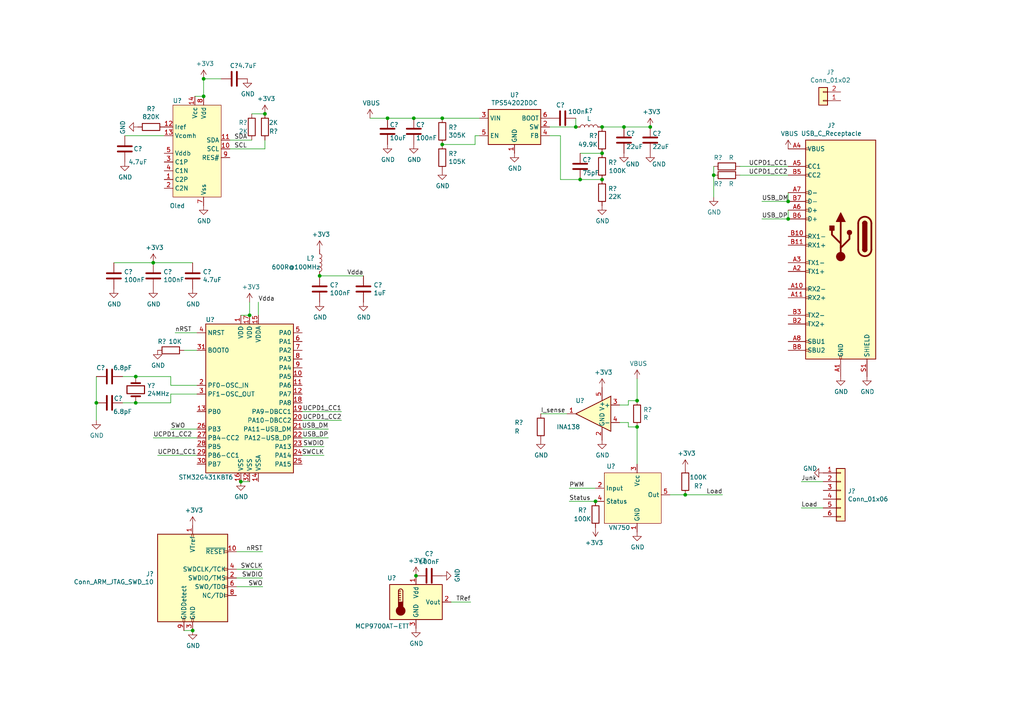
<source format=kicad_sch>
(kicad_sch (version 20200512) (host eeschema "(5.99.0-1651-g301ac3461)")
  (page 1 1)
  (paper "A4")
  (lib_symbols
    (symbol "Amplifier_Current:INA138" (pin_names (offset 0.127))
      (property "Reference" "U" (at 3.81 5.08 0))
      (property "Value" "INA138" (at 3.81 2.54 0))
      (symbol "INA138_0_1"
        (polyline (pts (xy -5.08 5.08) (xy 5.08 0) (xy -5.08 -5.08) (xy -5.08 5.08)) (stroke (width 0.254)) (fill (type background)))
      )
      (symbol "INA138_1_1"
        (pin output line (at 7.62 0 180) (length 2.54) (name "~") (number "1"))
        (pin power_in line (at -2.54 -7.62 90) (length 3.81) (name "GND") (number "2"))
        (pin input line (at -7.62 2.54 0) (length 2.54) (name "+") (number "3"))
        (pin input line (at -7.62 -2.54 0) (length 2.54) (name "-") (number "4"))
        (pin power_in line (at -2.54 7.62 270) (length 3.81) (name "V+") (number "5"))
      )
    )
    (symbol "Connector:Conn_ARM_JTAG_SWD_10"
      (property "Reference" "J" (at -2.54 16.51 0))
      (property "Value" "Conn_ARM_JTAG_SWD_10" (at -2.54 13.97 0))
      (symbol "Conn_ARM_JTAG_SWD_10_0_1"
        (rectangle (start -10.16 12.7) (end 10.16 -12.7) (stroke (width 0.254)) (fill (type background)))
        (rectangle (start -2.794 -12.7) (end -2.286 -11.684))
        (rectangle (start -0.254 -12.7) (end 0.254 -11.684))
        (rectangle (start -0.254 12.7) (end 0.254 11.684))
        (rectangle (start 9.144 2.286) (end 10.16 2.794))
        (rectangle (start 10.16 -2.794) (end 9.144 -2.286))
        (rectangle (start 10.16 -0.254) (end 9.144 0.254))
        (rectangle (start 10.16 7.874) (end 9.144 7.366))
      )
      (symbol "Conn_ARM_JTAG_SWD_10_1_1"
        (rectangle (start 9.144 -5.334) (end 10.16 -4.826))
        (pin power_in line (at 0 15.24 270) (length 2.54) (name "VTref") (number "1"))
        (pin open_collector line (at 12.7 7.62 180) (length 2.54) (name "~RESET~") (number "10"))
        (pin bidirectional line (at 12.7 0 180) (length 2.54) (name "SWDIO/TMS") (number "2"))
        (pin power_in line (at 0 -15.24 90) (length 2.54) (name "GND") (number "3"))
        (pin output line (at 12.7 2.54 180) (length 2.54) (name "SWDCLK/TCK") (number "4"))
        (pin passive line (at 0 -15.24 90) (length 2.54) (name "GND") (number "5") hide)
        (pin input line (at 12.7 -2.54 180) (length 2.54) (name "SWO/TDO") (number "6"))
        (pin unconnected line (at -10.16 0 0) (length 2.54) (name "KEY") (number "7") hide)
        (pin output line (at 12.7 -5.08 180) (length 2.54) (name "NC/TDI") (number "8"))
        (pin passive line (at -2.54 -15.24 90) (length 2.54) (name "GNDDetect") (number "9"))
      )
    )
    (symbol "Connector:USB_C_Receptacle"
      (property "Reference" "J" (at -10.16 29.21 0))
      (property "Value" "USB_C_Receptacle" (at 10.16 29.21 0))
      (symbol "USB_C_Receptacle_0_1"
        (arc (start -8.89 -3.81) (end -5.08 -3.81) (radius (at -6.985 -3.81) (length 1.905) (angles -179.9 -0.1)) (stroke (width 0.508)))
        (arc (start -7.62 -3.81) (end -6.35 -3.81) (radius (at -6.985 -3.81) (length 0.635) (angles -179.9 -0.1)) (stroke (width 0.254)))
        (arc (start -7.62 -3.81) (end -6.35 -3.81) (radius (at -6.985 -3.81) (length 0.635) (angles -179.9 -0.1)) (stroke (width 0.254)) (fill (type outline)))
        (arc (start -6.35 3.81) (end -7.62 3.81) (radius (at -6.985 3.81) (length 0.635) (angles 0.1 179.9)) (stroke (width 0.254)) (fill (type outline)))
        (arc (start -6.35 3.81) (end -7.62 3.81) (radius (at -6.985 3.81) (length 0.635) (angles 0.1 179.9)) (stroke (width 0.254)))
        (arc (start -5.08 3.81) (end -8.89 3.81) (radius (at -6.985 3.81) (length 1.905) (angles 0.1 179.9)) (stroke (width 0.508)))
        (rectangle (start -10.16 27.94) (end 10.16 -35.56) (stroke (width 0.254)) (fill (type background)))
        (rectangle (start -7.62 -3.81) (end -6.35 3.81) (stroke (width 0.254)) (fill (type outline)))
        (polyline (pts (xy -8.89 -3.81) (xy -8.89 3.81)) (stroke (width 0.508)))
        (polyline (pts (xy -5.08 3.81) (xy -5.08 -3.81)) (stroke (width 0.508)))
      )
      (symbol "USB_C_Receptacle_1_1"
        (circle (center -2.54 1.143) (radius 0.635) (stroke (width 0.254)) (fill (type outline)))
        (circle (center 0 -5.842) (radius 1.27) (fill (type outline)))
        (rectangle (start 1.905 1.778) (end 3.175 3.048) (stroke (width 0.254)) (fill (type outline)))
        (polyline (pts (xy 0 -5.842) (xy 0 4.318)) (stroke (width 0.508)))
        (polyline (pts (xy 0 -3.302) (xy -2.54 -0.762) (xy -2.54 0.508)) (stroke (width 0.508)))
        (polyline (pts (xy 0 -2.032) (xy 2.54 0.508) (xy 2.54 1.778)) (stroke (width 0.508)))
        (polyline (pts (xy -1.27 4.318) (xy 0 6.858) (xy 1.27 4.318) (xy -1.27 4.318)) (stroke (width 0.254)) (fill (type outline)))
        (pin power_in line (at 0 -40.64 90) (length 5.08) (name "GND") (number "A1"))
        (pin bidirectional line (at 15.24 -15.24 180) (length 5.08) (name "RX2-") (number "A10"))
        (pin bidirectional line (at 15.24 -17.78 180) (length 5.08) (name "RX2+") (number "A11"))
        (pin passive line (at 0 -40.64 90) (length 5.08) (name "GND") (number "A12") hide)
        (pin bidirectional line (at 15.24 -10.16 180) (length 5.08) (name "TX1+") (number "A2"))
        (pin bidirectional line (at 15.24 -7.62 180) (length 5.08) (name "TX1-") (number "A3"))
        (pin power_in line (at 15.24 25.4 180) (length 5.08) (name "VBUS") (number "A4"))
        (pin bidirectional line (at 15.24 20.32 180) (length 5.08) (name "CC1") (number "A5"))
        (pin bidirectional line (at 15.24 7.62 180) (length 5.08) (name "D+") (number "A6"))
        (pin bidirectional line (at 15.24 12.7 180) (length 5.08) (name "D-") (number "A7"))
        (pin bidirectional line (at 15.24 -30.48 180) (length 5.08) (name "SBU1") (number "A8"))
        (pin passive line (at 15.24 25.4 180) (length 5.08) (name "VBUS") (number "A9") hide)
        (pin passive line (at 0 -40.64 90) (length 5.08) (name "GND") (number "B1") hide)
        (pin bidirectional line (at 15.24 0 180) (length 5.08) (name "RX1-") (number "B10"))
        (pin bidirectional line (at 15.24 -2.54 180) (length 5.08) (name "RX1+") (number "B11"))
        (pin passive line (at 0 -40.64 90) (length 5.08) (name "GND") (number "B12") hide)
        (pin bidirectional line (at 15.24 -25.4 180) (length 5.08) (name "TX2+") (number "B2"))
        (pin bidirectional line (at 15.24 -22.86 180) (length 5.08) (name "TX2-") (number "B3"))
        (pin passive line (at 15.24 25.4 180) (length 5.08) (name "VBUS") (number "B4") hide)
        (pin bidirectional line (at 15.24 17.78 180) (length 5.08) (name "CC2") (number "B5"))
        (pin bidirectional line (at 15.24 5.08 180) (length 5.08) (name "D+") (number "B6"))
        (pin bidirectional line (at 15.24 10.16 180) (length 5.08) (name "D-") (number "B7"))
        (pin bidirectional line (at 15.24 -33.02 180) (length 5.08) (name "SBU2") (number "B8"))
        (pin passive line (at 15.24 25.4 180) (length 5.08) (name "VBUS") (number "B9") hide)
        (pin passive line (at -7.62 -40.64 90) (length 5.08) (name "SHIELD") (number "S1"))
      )
      (symbol "USB_C_Receptacle_0_0"
        (rectangle (start -0.254 -35.56) (end 0.254 -34.544))
        (rectangle (start 10.16 -32.766) (end 9.144 -33.274))
        (rectangle (start 10.16 -30.226) (end 9.144 -30.734))
        (rectangle (start 10.16 -25.146) (end 9.144 -25.654))
        (rectangle (start 10.16 -22.606) (end 9.144 -23.114))
        (rectangle (start 10.16 -17.526) (end 9.144 -18.034))
        (rectangle (start 10.16 -14.986) (end 9.144 -15.494))
        (rectangle (start 10.16 -9.906) (end 9.144 -10.414))
        (rectangle (start 10.16 -7.366) (end 9.144 -7.874))
        (rectangle (start 10.16 -2.286) (end 9.144 -2.794))
        (rectangle (start 10.16 0.254) (end 9.144 -0.254))
        (rectangle (start 10.16 5.334) (end 9.144 4.826))
        (rectangle (start 10.16 7.874) (end 9.144 7.366))
        (rectangle (start 10.16 10.414) (end 9.144 9.906))
        (rectangle (start 10.16 12.954) (end 9.144 12.446))
        (rectangle (start 10.16 18.034) (end 9.144 17.526))
        (rectangle (start 10.16 20.574) (end 9.144 20.066))
        (rectangle (start 10.16 25.654) (end 9.144 25.146))
      )
    )
    (symbol "Connector_Generic:Conn_01x02" (pin_names hide)
      (property "Reference" "J" (at 0 2.54 0))
      (property "Value" "Conn_01x02" (at 0 -5.08 0))
      (symbol "Conn_01x02_1_1"
        (rectangle (start -1.27 -2.413) (end 0 -2.667))
        (rectangle (start -1.27 0.127) (end 0 -0.127))
        (rectangle (start -1.27 1.27) (end 1.27 -3.81) (stroke (width 0.254)) (fill (type background)))
        (pin passive line (at -5.08 0 0) (length 3.81) (name "Pin_1") (number "1"))
        (pin passive line (at -5.08 -2.54 0) (length 3.81) (name "Pin_2") (number "2"))
      )
    )
    (symbol "Connector_Generic:Conn_01x06" (pin_names hide)
      (property "Reference" "J" (at 0 7.62 0))
      (property "Value" "Conn_01x06" (at 0 -10.16 0))
      (symbol "Conn_01x06_1_1"
        (rectangle (start -1.27 -4.953) (end 0 -5.207))
        (rectangle (start -1.27 -7.493) (end 0 -7.747))
        (rectangle (start -1.27 -2.413) (end 0 -2.667))
        (rectangle (start -1.27 2.667) (end 0 2.413))
        (rectangle (start -1.27 5.207) (end 0 4.953))
        (rectangle (start -1.27 6.35) (end 1.27 -8.89) (stroke (width 0.254)) (fill (type background)))
        (rectangle (start -1.27 0.127) (end 0 -0.127))
        (pin passive line (at -5.08 5.08 0) (length 3.81) (name "Pin_1") (number "1"))
        (pin passive line (at -5.08 2.54 0) (length 3.81) (name "Pin_2") (number "2"))
        (pin passive line (at -5.08 0 0) (length 3.81) (name "Pin_3") (number "3"))
        (pin passive line (at -5.08 -2.54 0) (length 3.81) (name "Pin_4") (number "4"))
        (pin passive line (at -5.08 -5.08 0) (length 3.81) (name "Pin_5") (number "5"))
        (pin passive line (at -5.08 -7.62 0) (length 3.81) (name "Pin_6") (number "6"))
      )
    )
    (symbol "Device:C" (pin_numbers hide) (pin_names (offset 0.254))
      (property "Reference" "C" (at 0.635 2.54 0))
      (property "Value" "C" (at 0.635 -2.54 0))
      (symbol "C_0_1"
        (polyline (pts (xy -2.032 -0.762) (xy 2.032 -0.762)) (stroke (width 0.508)))
        (polyline (pts (xy -2.032 0.762) (xy 2.032 0.762)) (stroke (width 0.508)))
      )
      (symbol "C_1_1"
        (pin passive line (at 0 3.81 270) (length 2.794) (name "~") (number "1"))
        (pin passive line (at 0 -3.81 90) (length 2.794) (name "~") (number "2"))
      )
    )
    (symbol "Device:Crystal" (pin_numbers hide) (pin_names hide)
      (property "Reference" "Y" (at 0 3.81 0))
      (property "Value" "Crystal" (at 0 -3.81 0))
      (symbol "Crystal_0_1"
        (rectangle (start -1.143 2.54) (end 1.143 -2.54) (stroke (width 0.3048)))
        (polyline (pts (xy -2.54 0) (xy -1.905 0)))
        (polyline (pts (xy -1.905 -1.27) (xy -1.905 1.27)) (stroke (width 0.508)))
        (polyline (pts (xy 1.905 -1.27) (xy 1.905 1.27)) (stroke (width 0.508)))
        (polyline (pts (xy 2.54 0) (xy 1.905 0)))
      )
      (symbol "Crystal_1_1"
        (pin passive line (at -3.81 0 0) (length 1.27) (name "1") (number "1"))
        (pin passive line (at 3.81 0 180) (length 1.27) (name "2") (number "2"))
      )
    )
    (symbol "Device:L" (pin_numbers hide) (pin_names hide)
      (property "Reference" "L" (at -1.27 0 90))
      (property "Value" "L" (at 1.905 0 90))
      (symbol "L_0_1"
        (arc (start 0 -2.54) (end 0 -1.27) (radius (at 0 -1.905) (length 0.635) (angles -89.9 89.9)))
        (arc (start 0 -1.27) (end 0 0) (radius (at 0 -0.635) (length 0.635) (angles -89.9 89.9)))
        (arc (start 0 0) (end 0 1.27) (radius (at 0 0.635) (length 0.635) (angles -89.9 89.9)))
        (arc (start 0 1.27) (end 0 2.54) (radius (at 0 1.905) (length 0.635) (angles -89.9 89.9)))
      )
      (symbol "L_1_1"
        (pin passive line (at 0 3.81 270) (length 1.27) (name "1") (number "1"))
        (pin passive line (at 0 -3.81 90) (length 1.27) (name "2") (number "2"))
      )
    )
    (symbol "Device:R" (pin_numbers hide) (pin_names (offset 0))
      (property "Reference" "R" (at 2.032 0 90))
      (property "Value" "R" (at 0 0 90))
      (symbol "R_0_1"
        (rectangle (start -1.016 -2.54) (end 1.016 2.54) (stroke (width 0.254)))
      )
      (symbol "R_1_1"
        (pin passive line (at 0 3.81 270) (length 1.27) (name "~") (number "1"))
        (pin passive line (at 0 -3.81 90) (length 1.27) (name "~") (number "2"))
      )
    )
    (symbol "Regulator_Switching:TPS54202DDC" (pin_names (offset 0.508))
      (property "Reference" "U" (at -7.62 6.35 0))
      (property "Value" "TPS54202DDC" (at 0 6.35 0))
      (symbol "TPS54202DDC_0_1"
        (rectangle (start -7.62 5.08) (end 7.62 -5.08) (stroke (width 0.254)) (fill (type background)))
      )
      (symbol "TPS54202DDC_1_1"
        (pin power_in line (at 0 -7.62 90) (length 2.54) (name "GND") (number "1"))
        (pin power_out line (at 10.16 0 180) (length 2.54) (name "SW") (number "2"))
        (pin power_in line (at -10.16 2.54 0) (length 2.54) (name "VIN") (number "3"))
        (pin input line (at 10.16 -2.54 180) (length 2.54) (name "FB") (number "4"))
        (pin input line (at -10.16 -2.54 0) (length 2.54) (name "EN") (number "5"))
        (pin passive line (at 10.16 2.54 180) (length 2.54) (name "BOOT") (number "6"))
      )
    )
    (symbol "Sensor_Temperature:MCP9700AT-ETT"
      (property "Reference" "U" (at -6.35 6.35 0))
      (property "Value" "MCP9700AT-ETT" (at 1.27 6.35 0))
      (symbol "MCP9700AT-ETT_0_1"
        (arc (start -3.81 3.175) (end -5.08 3.175) (radius (at -4.445 3.175) (length 0.635) (angles 0.1 179.9)) (stroke (width 0.254)))
        (circle (center -4.445 -2.54) (radius 1.27) (stroke (width 0.254)) (fill (type outline)))
        (rectangle (start -7.62 5.08) (end 7.62 -5.08) (stroke (width 0.254)) (fill (type background)))
        (rectangle (start -3.81 -1.905) (end -5.08 0) (stroke (width 0.254)) (fill (type outline)))
        (polyline (pts (xy -5.08 0.635) (xy -4.445 0.635)) (stroke (width 0.254)))
        (polyline (pts (xy -5.08 1.27) (xy -4.445 1.27)) (stroke (width 0.254)))
        (polyline (pts (xy -5.08 1.905) (xy -4.445 1.905)) (stroke (width 0.254)))
        (polyline (pts (xy -5.08 2.54) (xy -4.445 2.54)) (stroke (width 0.254)))
        (polyline (pts (xy -5.08 3.175) (xy -5.08 0)) (stroke (width 0.254)))
        (polyline (pts (xy -5.08 3.175) (xy -4.445 3.175)) (stroke (width 0.254)))
        (polyline (pts (xy -3.81 3.175) (xy -3.81 0)) (stroke (width 0.254)))
      )
      (symbol "MCP9700AT-ETT_1_1"
        (pin power_in line (at 0 7.62 270) (length 2.54) (name "Vdd") (number "1"))
        (pin output line (at 10.16 0 180) (length 2.54) (name "Vout") (number "2"))
        (pin power_in line (at 0 -7.62 90) (length 2.54) (name "GND") (number "3"))
      )
    )
    (symbol "custom:Oled"
      (property "Reference" "U" (at -33.02 -12.7 0))
      (property "Value" "Oled" (at -33.02 -15.24 0))
      (symbol "Oled_0_1"
        (rectangle (start -7.62 7.62) (end 6.35 -19.05) (fill (type background)))
      )
      (symbol "Oled_1_1"
        (pin input line (at -10.16 -13.97 0) (length 2.54) (name "C2P") (number "1"))
        (pin input line (at 8.89 -5.08 180) (length 2.54) (name "SCL") (number "10"))
        (pin input line (at 8.89 -2.54 180) (length 2.54) (name "SDA") (number "11"))
        (pin input line (at -10.16 1.27 0) (length 2.54) (name "Iref") (number "12"))
        (pin input line (at -10.16 -1.27 0) (length 2.54) (name "Vcomh") (number "13"))
        (pin input line (at -1.27 10.16 270) (length 2.54) (name "Vcc") (number "14"))
        (pin input line (at -10.16 -16.51 0) (length 2.54) (name "C2N") (number "2"))
        (pin input line (at -10.16 -8.89 0) (length 2.54) (name "C1P") (number "3"))
        (pin input line (at -10.16 -11.43 0) (length 2.54) (name "C1N") (number "4"))
        (pin input line (at -10.16 -6.35 0) (length 2.54) (name "Vddb") (number "5"))
        (pin input line (at 1.27 -21.59 90) (length 2.54) (name "Vss") (number "7"))
        (pin input line (at 1.27 10.16 270) (length 2.54) (name "Vdd") (number "8"))
        (pin input line (at 8.89 -7.62 180) (length 2.54) (name "RES#") (number "9"))
      )
    )
    (symbol "custom:STM32G431KBT6" (pin_names (offset 0.508))
      (property "Reference" "U" (at -12.7 21.59 0))
      (property "Value" "STM32G431KBT6" (at 5.08 21.59 0))
      (symbol "STM32G431KBT6_0_1"
        (rectangle (start -12.7 -22.86) (end 12.7 20.32) (stroke (width 0.254)) (fill (type background)))
      )
      (symbol "STM32G431KBT6_1_1"
        (pin power_in line (at -2.54 22.86 270) (length 2.54) (name "VDD") (number "1"))
        (pin bidirectional line (at 15.24 5.08 180) (length 2.54) (name "PA5") (number "10"))
        (pin bidirectional line (at 15.24 2.54 180) (length 2.54) (name "PA6") (number "11"))
        (pin bidirectional line (at 15.24 0 180) (length 2.54) (name "PA7") (number "12"))
        (pin bidirectional line (at -15.24 -5.08 0) (length 2.54) (name "PB0") (number "13"))
        (pin bidirectional line (at 2.54 -25.4 90) (length 2.54) (name "VSSA") (number "14"))
        (pin power_in line (at 2.54 22.86 270) (length 2.54) (name "VDDA") (number "15"))
        (pin power_in line (at -2.54 -25.4 90) (length 2.54) (name "VSS") (number "16"))
        (pin power_in line (at 0 22.86 270) (length 2.54) (name "VDD") (number "17"))
        (pin bidirectional line (at 15.24 -2.54 180) (length 2.54) (name "PA8") (number "18"))
        (pin bidirectional line (at 15.24 -5.08 180) (length 2.54) (name "PA9-DBCC1") (number "19"))
        (pin input line (at -15.24 2.54 0) (length 2.54) (name "PF0-OSC_IN") (number "2"))
        (pin bidirectional line (at 15.24 -7.62 180) (length 2.54) (name "PA10-DBCC2") (number "20"))
        (pin bidirectional line (at 15.24 -10.16 180) (length 2.54) (name "PA11-USB_DM") (number "21"))
        (pin bidirectional line (at 15.24 -12.7 180) (length 2.54) (name "PA12-USB_DP") (number "22"))
        (pin bidirectional line (at 15.24 -15.24 180) (length 2.54) (name "PA13") (number "23"))
        (pin bidirectional line (at 15.24 -17.78 180) (length 2.54) (name "PA14") (number "24"))
        (pin bidirectional line (at 15.24 -20.32 180) (length 2.54) (name "PA15") (number "25"))
        (pin bidirectional line (at -15.24 -10.16 0) (length 2.54) (name "PB3") (number "26"))
        (pin bidirectional line (at -15.24 -12.7 0) (length 2.54) (name "PB4-CC2") (number "27"))
        (pin bidirectional line (at -15.24 -15.24 0) (length 2.54) (name "PB5") (number "28"))
        (pin bidirectional line (at -15.24 -17.78 0) (length 2.54) (name "PB6-CC1") (number "29"))
        (pin input line (at -15.24 0 0) (length 2.54) (name "PF1-OSC_OUT") (number "3"))
        (pin bidirectional line (at -15.24 -20.32 0) (length 2.54) (name "PB7") (number "30"))
        (pin input line (at -15.24 12.7 0) (length 2.54) (name "BOOT0") (number "31"))
        (pin power_in line (at 0 -25.4 90) (length 2.54) (name "VSS") (number "32"))
        (pin input line (at -15.24 17.78 0) (length 2.54) (name "NRST") (number "4"))
        (pin bidirectional line (at 15.24 17.78 180) (length 2.54) (name "PA0") (number "5"))
        (pin bidirectional line (at 15.24 15.24 180) (length 2.54) (name "PA1") (number "6"))
        (pin bidirectional line (at 15.24 12.7 180) (length 2.54) (name "PA2") (number "7"))
        (pin bidirectional line (at 15.24 10.16 180) (length 2.54) (name "PA3") (number "8"))
        (pin bidirectional line (at 15.24 7.62 180) (length 2.54) (name "PA4") (number "9"))
      )
    )
    (symbol "custom:VN750"
      (property "Reference" "U" (at -8.89 -2.54 0))
      (property "Value" "VN750" (at -6.35 -5.08 0))
      (symbol "VN750_0_1"
        (rectangle (start -6.985 10.795) (end 9.525 -3.81) (fill (type background)))
      )
      (symbol "VN750_1_1"
        (pin input line (at 2.54 -6.35 90) (length 2.54) (name "GND") (number "1"))
        (pin input line (at -9.525 6.35 0) (length 2.54) (name "Input") (number "2"))
        (pin input line (at 2.54 13.335 270) (length 2.54) (name "Vcc") (number "3"))
        (pin input line (at -9.525 2.54 0) (length 2.54) (name "Status") (number "4"))
        (pin input line (at 12.065 4.445 180) (length 2.54) (name "Out") (number "5"))
      )
    )
    (symbol "power:+3V3" (power) (pin_names (offset 0))
      (property "Value" "+3V3" (at 0 3.556 0))
      (symbol "+3V3_0_1"
        (polyline (pts (xy -0.762 1.27) (xy 0 2.54)))
        (polyline (pts (xy 0 0) (xy 0 2.54)))
        (polyline (pts (xy 0 2.54) (xy 0.762 1.27)))
      )
      (symbol "+3V3_1_1"
        (pin power_in line (at 0 0 90) (length 0) (name "+3V3") (number "1") hide)
      )
    )
    (symbol "power:GND" (power) (pin_names (offset 0))
      (property "Value" "GND" (at 0 -3.81 0))
      (symbol "GND_0_1"
        (polyline (pts (xy 0 0) (xy 0 -1.27) (xy 1.27 -1.27) (xy 0 -2.54) (xy -1.27 -1.27) (xy 0 -1.27)))
      )
      (symbol "GND_1_1"
        (pin power_in line (at 0 0 270) (length 0) (name "GND") (number "1") hide)
      )
    )
    (symbol "power:VBUS" (power) (pin_names (offset 0))
      (property "Value" "VBUS" (at 0 3.81 0))
      (symbol "VBUS_0_1"
        (polyline (pts (xy -0.762 1.27) (xy 0 2.54)))
        (polyline (pts (xy 0 0) (xy 0 2.54)))
        (polyline (pts (xy 0 2.54) (xy 0.762 1.27)))
      )
      (symbol "VBUS_1_1"
        (pin power_in line (at 0 0 90) (length 0) (name "VBUS") (number "1") hide)
      )
    )
  )
  (junction (at 27.94 116.84))
  (junction (at 39.37 109.22))
  (junction (at 39.37 116.84))
  (junction (at 44.45 76.2))
  (junction (at 55.88 182.88))
  (junction (at 59.055 22.86))
  (junction (at 59.055 27.94))
  (junction (at 69.85 139.7))
  (junction (at 72.39 91.44))
  (junction (at 76.835 33.02))
  (junction (at 92.71 80.01))
  (junction (at 112.395 34.29))
  (junction (at 120.015 34.29))
  (junction (at 120.65 167.005))
  (junction (at 128.27 34.29))
  (junction (at 128.27 41.91))
  (junction (at 167.005 36.83))
  (junction (at 168.275 52.07))
  (junction (at 172.72 145.415))
  (junction (at 174.625 36.83))
  (junction (at 174.625 44.45))
  (junction (at 174.625 52.07))
  (junction (at 180.975 36.83))
  (junction (at 184.785 116.205))
  (junction (at 184.785 123.825))
  (junction (at 188.595 36.83))
  (junction (at 198.755 143.51))
  (junction (at 207.01 50.8))
  (junction (at 228.6 58.42))
  (junction (at 228.6 63.5))
  (wire (pts (xy 27.94 109.22) (xy 27.94 116.84)))
  (wire (pts (xy 27.94 116.84) (xy 27.94 121.92)))
  (wire (pts (xy 33.02 76.2) (xy 44.45 76.2)))
  (wire (pts (xy 39.37 109.22) (xy 35.56 109.22)))
  (wire (pts (xy 39.37 109.22) (xy 49.53 109.22)))
  (wire (pts (xy 39.37 116.84) (xy 35.56 116.84)))
  (wire (pts (xy 44.45 76.2) (xy 55.88 76.2)))
  (wire (pts (xy 44.45 127) (xy 57.15 127)))
  (wire (pts (xy 47.625 39.37) (xy 36.195 39.37)))
  (wire (pts (xy 49.53 109.22) (xy 49.53 111.76)))
  (wire (pts (xy 49.53 111.76) (xy 57.15 111.76)))
  (wire (pts (xy 49.53 114.3) (xy 49.53 116.84)))
  (wire (pts (xy 49.53 114.3) (xy 57.15 114.3)))
  (wire (pts (xy 49.53 116.84) (xy 39.37 116.84)))
  (wire (pts (xy 50.8 96.52) (xy 57.15 96.52)))
  (wire (pts (xy 53.34 182.88) (xy 55.88 182.88)))
  (wire (pts (xy 56.515 27.94) (xy 59.055 27.94)))
  (wire (pts (xy 57.15 101.6) (xy 53.34 101.6)))
  (wire (pts (xy 57.15 124.46) (xy 49.53 124.46)))
  (wire (pts (xy 57.15 132.08) (xy 45.72 132.08)))
  (wire (pts (xy 59.055 27.94) (xy 59.055 22.86)))
  (wire (pts (xy 64.135 22.86) (xy 59.055 22.86)))
  (wire (pts (xy 66.675 40.64) (xy 73.025 40.64)))
  (wire (pts (xy 66.675 43.18) (xy 76.835 43.18)))
  (wire (pts (xy 68.58 160.02) (xy 76.2 160.02)))
  (wire (pts (xy 68.58 165.1) (xy 76.2 165.1)))
  (wire (pts (xy 68.58 167.64) (xy 76.2 167.64)))
  (wire (pts (xy 68.58 170.18) (xy 76.2 170.18)))
  (wire (pts (xy 69.85 91.44) (xy 72.39 91.44)))
  (wire (pts (xy 69.85 139.7) (xy 72.39 139.7)))
  (wire (pts (xy 72.39 91.44) (xy 72.39 87.63)))
  (wire (pts (xy 73.025 33.02) (xy 76.835 33.02)))
  (wire (pts (xy 74.93 87.63) (xy 74.93 91.44)))
  (wire (pts (xy 76.835 43.18) (xy 76.835 40.64)))
  (wire (pts (xy 87.63 119.38) (xy 99.06 119.38)))
  (wire (pts (xy 87.63 121.92) (xy 99.06 121.92)))
  (wire (pts (xy 87.63 127) (xy 95.25 127)))
  (wire (pts (xy 87.63 129.54) (xy 93.98 129.54)))
  (wire (pts (xy 92.71 80.01) (xy 105.41 80.01)))
  (wire (pts (xy 93.98 132.08) (xy 87.63 132.08)))
  (wire (pts (xy 95.25 124.46) (xy 87.63 124.46)))
  (wire (pts (xy 107.315 34.29) (xy 112.395 34.29)))
  (wire (pts (xy 112.395 34.29) (xy 120.015 34.29)))
  (wire (pts (xy 120.015 34.29) (xy 128.27 34.29)))
  (wire (pts (xy 128.27 34.29) (xy 139.065 34.29)))
  (wire (pts (xy 130.81 174.625) (xy 136.525 174.625)))
  (wire (pts (xy 137.795 39.37) (xy 137.795 41.91)))
  (wire (pts (xy 137.795 41.91) (xy 128.27 41.91)))
  (wire (pts (xy 139.065 39.37) (xy 137.795 39.37)))
  (wire (pts (xy 159.385 36.83) (xy 167.005 36.83)))
  (wire (pts (xy 159.385 39.37) (xy 162.56 39.37)))
  (wire (pts (xy 162.56 39.37) (xy 162.56 52.07)))
  (wire (pts (xy 162.56 52.07) (xy 168.275 52.07)))
  (wire (pts (xy 164.465 120.015) (xy 156.845 120.015)))
  (wire (pts (xy 165.1 141.605) (xy 172.72 141.605)))
  (wire (pts (xy 165.1 145.415) (xy 172.72 145.415)))
  (wire (pts (xy 167.005 36.83) (xy 167.005 34.29)))
  (wire (pts (xy 168.275 44.45) (xy 174.625 44.45)))
  (wire (pts (xy 168.275 52.07) (xy 174.625 52.07)))
  (wire (pts (xy 174.625 36.83) (xy 180.975 36.83)))
  (wire (pts (xy 179.705 117.475) (xy 182.245 117.475)))
  (wire (pts (xy 179.705 122.555) (xy 182.245 122.555)))
  (wire (pts (xy 180.975 36.83) (xy 188.595 36.83)))
  (wire (pts (xy 182.245 116.205) (xy 184.785 116.205)))
  (wire (pts (xy 182.245 117.475) (xy 182.245 116.205)))
  (wire (pts (xy 182.245 122.555) (xy 182.245 123.825)))
  (wire (pts (xy 182.245 123.825) (xy 184.785 123.825)))
  (wire (pts (xy 184.785 116.205) (xy 184.785 109.855)))
  (wire (pts (xy 184.785 123.825) (xy 184.785 134.62)))
  (wire (pts (xy 194.31 143.51) (xy 198.755 143.51)))
  (wire (pts (xy 198.755 143.51) (xy 209.55 143.51)))
  (wire (pts (xy 207.01 48.26) (xy 207.01 50.8)))
  (wire (pts (xy 207.01 50.8) (xy 207.01 57.15)))
  (wire (pts (xy 214.63 48.26) (xy 228.6 48.26)))
  (wire (pts (xy 214.63 50.8) (xy 228.6 50.8)))
  (wire (pts (xy 220.98 58.42) (xy 228.6 58.42)))
  (wire (pts (xy 228.6 55.88) (xy 228.6 58.42)))
  (wire (pts (xy 228.6 60.96) (xy 228.6 63.5)))
  (wire (pts (xy 228.6 63.5) (xy 220.98 63.5)))
  (wire (pts (xy 232.41 139.7) (xy 238.76 139.7)))
  (wire (pts (xy 232.41 147.32) (xy 238.76 147.32)))
  (label "UCPD1_CC2" (at 44.45 127 0))
  (label "UCPD1_CC1" (at 45.72 132.08 0))
  (label "SWO" (at 49.53 124.46 0))
  (label "nRST" (at 50.8 96.52 0))
  (label "SDA" (at 67.945 40.64 0))
  (label "SCL" (at 67.945 43.18 0))
  (label "Vdda" (at 74.93 87.63 0))
  (label "nRST" (at 76.2 160.02 180))
  (label "SWCLK" (at 76.2 165.1 180))
  (label "SWDIO" (at 76.2 167.64 180))
  (label "SWO" (at 76.2 170.18 180))
  (label "SWDIO" (at 93.98 129.54 180))
  (label "SWCLK" (at 93.98 132.08 180))
  (label "USB_DM" (at 95.25 124.46 180))
  (label "USB_DP" (at 95.25 127 180))
  (label "UCPD1_CC1" (at 99.06 119.38 180))
  (label "UCPD1_CC2" (at 99.06 121.92 180))
  (label "Vdda" (at 105.41 80.01 180))
  (label "TRef" (at 136.525 174.625 180))
  (label "I_sense" (at 156.845 120.015 0))
  (label "PWM" (at 165.1 141.605 0))
  (label "Status" (at 165.1 145.415 0))
  (label "Load" (at 209.55 143.51 180))
  (label "UCPD1_CC1" (at 217.17 48.26 0))
  (label "UCPD1_CC2" (at 217.17 50.8 0))
  (label "USB_DM" (at 220.98 58.42 0))
  (label "USB_DP" (at 220.98 63.5 0))
  (label "Junk" (at 232.41 139.7 0))
  (label "Load" (at 232.41 147.32 0))
  (symbol (lib_id "power:+3V3") (at 44.45 76.2 0) (unit 1)
    (property "Reference" "#PWR?" (effects hide))
    (property "Value" "+3V3" (at 44.831 71.8058 0))
  )
  (symbol (lib_id "power:+3V3") (at 55.88 152.4 0) (unit 1)
    (property "Reference" "#PWR?" (effects hide))
    (property "Value" "+3V3" (at 56.261 148.0058 0))
  )
  (symbol (lib_id "power:+3V3") (at 59.055 22.86 0) (unit 1)
    (property "Reference" "#PWR?" (effects hide))
    (property "Value" "+3V3" (at 59.436 18.4658 0))
  )
  (symbol (lib_id "power:+3V3") (at 72.39 87.63 0) (unit 1)
    (property "Reference" "#PWR?" (effects hide))
    (property "Value" "+3V3" (at 72.771 83.2358 0))
  )
  (symbol (lib_id "power:+3V3") (at 76.835 33.02 0) (unit 1)
    (property "Reference" "#PWR?" (effects hide))
    (property "Value" "+3V3" (at 77.216 28.6258 0))
  )
  (symbol (lib_id "power:+3V3") (at 92.71 72.39 0) (unit 1)
    (property "Reference" "#PWR?" (effects hide))
    (property "Value" "+3V3" (at 93.091 67.9958 0))
  )
  (symbol (lib_id "power:VBUS") (at 107.315 34.29 0) (unit 1)
    (property "Reference" "#PWR?" (effects hide))
    (property "Value" "VBUS" (at 107.696 29.8958 0))
  )
  (symbol (lib_id "power:+3V3") (at 120.65 167.005 0) (unit 1)
    (property "Reference" "#PWR?" (effects hide))
    (property "Value" "+3V3" (at 121.031 162.6108 0))
  )
  (symbol (lib_id "power:+3V3") (at 172.72 153.035 180) (unit 1)
    (property "Reference" "#PWR?" (effects hide))
    (property "Value" "+3V3" (at 172.339 157.4292 0))
  )
  (symbol (lib_id "power:+3V3") (at 174.625 112.395 0) (unit 1)
    (property "Reference" "#PWR?" (effects hide))
    (property "Value" "+3V3" (at 175.006 108.0008 0))
  )
  (symbol (lib_id "power:VBUS") (at 184.785 109.855 0) (unit 1)
    (property "Reference" "#PWR?" (effects hide))
    (property "Value" "VBUS" (at 185.166 105.4608 0))
  )
  (symbol (lib_id "power:+3V3") (at 188.595 36.83 0) (unit 1)
    (property "Reference" "#PWR?" (effects hide))
    (property "Value" "+3V3" (at 188.976 32.4358 0))
  )
  (symbol (lib_id "power:+3V3") (at 198.755 135.89 0) (unit 1)
    (property "Reference" "#PWR?" (effects hide))
    (property "Value" "+3V3" (at 199.136 131.4958 0))
  )
  (symbol (lib_id "power:VBUS") (at 228.6 43.18 0) (unit 1)
    (property "Reference" "#PWR?" (effects hide))
    (property "Value" "VBUS" (at 228.981 38.7858 0))
  )
  (symbol (lib_id "Device:L") (at 92.71 76.2 0) (unit 1)
    (property "Reference" "L?" (at 88.9 74.93 0) (effects (justify left)))
    (property "Value" "600R@100MHz" (at 78.74 77.47 0) (effects (justify left)))
  )
  (symbol (lib_id "Device:L") (at 170.815 36.83 90) (unit 1)
    (property "Reference" "L?" (at 170.815 32.1118 90))
    (property "Value" "L" (at 170.815 34.4105 90))
  )
  (symbol (lib_id "power:GND") (at 27.94 121.92 0) (unit 1)
    (property "Reference" "#PWR?" (effects hide))
    (property "Value" "GND" (at 28.067 126.3142 0))
  )
  (symbol (lib_id "power:GND") (at 33.02 83.82 0) (unit 1)
    (property "Reference" "#PWR?" (effects hide))
    (property "Value" "GND" (at 33.147 88.2142 0))
  )
  (symbol (lib_id "power:GND") (at 36.195 46.99 0) (unit 1)
    (property "Reference" "#PWR?" (effects hide))
    (property "Value" "GND" (at 36.322 51.3842 0))
  )
  (symbol (lib_id "power:GND") (at 40.005 36.83 270) (unit 1)
    (property "Reference" "#PWR?" (effects hide))
    (property "Value" "GND" (at 35.6108 36.957 0))
  )
  (symbol (lib_id "power:GND") (at 44.45 83.82 0) (unit 1)
    (property "Reference" "#PWR?" (effects hide))
    (property "Value" "GND" (at 44.577 88.2142 0))
  )
  (symbol (lib_id "power:GND") (at 45.72 101.6 0) (unit 1)
    (property "Reference" "#PWR?" (effects hide))
    (property "Value" "GND" (at 45.847 105.9942 0))
  )
  (symbol (lib_id "power:GND") (at 55.88 83.82 0) (unit 1)
    (property "Reference" "#PWR?" (effects hide))
    (property "Value" "GND" (at 56.007 88.2142 0))
  )
  (symbol (lib_id "power:GND") (at 55.88 182.88 0) (unit 1)
    (property "Reference" "#PWR?" (effects hide))
    (property "Value" "GND" (at 56.007 187.2742 0))
  )
  (symbol (lib_id "power:GND") (at 59.055 59.69 0) (unit 1)
    (property "Reference" "#PWR?" (effects hide))
    (property "Value" "GND" (at 59.182 64.0842 0))
  )
  (symbol (lib_id "power:GND") (at 69.85 139.7 0) (unit 1)
    (property "Reference" "#PWR?" (effects hide))
    (property "Value" "GND" (at 69.977 144.0942 0))
  )
  (symbol (lib_id "power:GND") (at 71.755 22.86 0) (unit 1)
    (property "Reference" "#PWR?" (effects hide))
    (property "Value" "GND" (at 71.882 27.2542 0))
  )
  (symbol (lib_id "power:GND") (at 92.71 87.63 0) (unit 1)
    (property "Reference" "#PWR?" (effects hide))
    (property "Value" "GND" (at 92.837 92.0242 0))
  )
  (symbol (lib_id "power:GND") (at 105.41 87.63 0) (unit 1)
    (property "Reference" "#PWR?" (effects hide))
    (property "Value" "GND" (at 105.537 92.0242 0))
  )
  (symbol (lib_id "power:GND") (at 112.395 41.91 0) (unit 1)
    (property "Reference" "#PWR?" (effects hide))
    (property "Value" "GND" (at 112.522 46.3042 0))
  )
  (symbol (lib_id "power:GND") (at 120.015 41.91 0) (unit 1)
    (property "Reference" "#PWR?" (effects hide))
    (property "Value" "GND" (at 120.142 46.3042 0))
  )
  (symbol (lib_id "power:GND") (at 120.65 182.245 0) (unit 1)
    (property "Reference" "#PWR?" (effects hide))
    (property "Value" "GND" (at 120.777 186.6392 0))
  )
  (symbol (lib_id "power:GND") (at 128.27 49.53 0) (unit 1)
    (property "Reference" "#PWR?" (effects hide))
    (property "Value" "GND" (at 128.397 53.9242 0))
  )
  (symbol (lib_id "power:GND") (at 128.27 167.005 90) (unit 1)
    (property "Reference" "#PWR?" (effects hide))
    (property "Value" "GND" (at 132.6642 166.878 0))
  )
  (symbol (lib_id "power:GND") (at 149.225 44.45 0) (unit 1)
    (property "Reference" "#PWR?" (effects hide))
    (property "Value" "GND" (at 149.352 48.8442 0))
  )
  (symbol (lib_id "power:GND") (at 156.845 127.635 0) (unit 1)
    (property "Reference" "#PWR?" (effects hide))
    (property "Value" "GND" (at 156.972 132.0292 0))
  )
  (symbol (lib_id "power:GND") (at 174.625 59.69 0) (unit 1)
    (property "Reference" "#PWR?" (effects hide))
    (property "Value" "GND" (at 174.752 64.0842 0))
  )
  (symbol (lib_id "power:GND") (at 174.625 127.635 0) (unit 1)
    (property "Reference" "#PWR?" (effects hide))
    (property "Value" "GND" (at 174.752 132.0292 0))
  )
  (symbol (lib_id "power:GND") (at 180.975 44.45 0) (unit 1)
    (property "Reference" "#PWR?" (effects hide))
    (property "Value" "GND" (at 183.515 47.625 0))
  )
  (symbol (lib_id "power:GND") (at 184.785 154.305 0) (unit 1)
    (property "Reference" "#PWR?" (effects hide))
    (property "Value" "GND" (at 184.912 158.6992 0))
  )
  (symbol (lib_id "power:GND") (at 188.595 44.45 0) (unit 1)
    (property "Reference" "#PWR?" (effects hide))
    (property "Value" "GND" (at 191.135 47.625 0))
  )
  (symbol (lib_id "power:GND") (at 207.01 57.15 0) (unit 1)
    (property "Reference" "#PWR?" (effects hide))
    (property "Value" "GND" (at 207.137 61.5442 0))
  )
  (symbol (lib_id "power:GND") (at 238.76 137.16 270) (unit 1)
    (property "Reference" "#PWR?" (effects hide))
    (property "Value" "GND" (at 234.95 135.89 90))
  )
  (symbol (lib_id "power:GND") (at 243.84 109.22 0) (unit 1)
    (property "Reference" "#PWR?" (effects hide))
    (property "Value" "GND" (at 243.967 113.6142 0))
  )
  (symbol (lib_id "power:GND") (at 251.46 109.22 0) (unit 1)
    (property "Reference" "#PWR?" (effects hide))
    (property "Value" "GND" (at 251.587 113.6142 0))
  )
  (symbol (lib_id "Device:R") (at 43.815 36.83 270) (unit 1)
    (property "Reference" "R?" (at 43.815 31.5722 90))
    (property "Value" "820K" (at 43.815 33.8836 90))
  )
  (symbol (lib_id "Device:R") (at 49.53 101.6 90) (unit 1)
    (property "Reference" "R?" (at 46.99 99.06 90))
    (property "Value" "10K" (at 50.8 99.06 90))
  )
  (symbol (lib_id "Device:R") (at 73.025 36.83 180) (unit 1)
    (property "Reference" "R?" (at 69.215 35.56 0) (effects (justify right)))
    (property "Value" "2K" (at 69.215 38.1 0) (effects (justify right)))
  )
  (symbol (lib_id "Device:R") (at 76.835 36.83 0) (unit 1)
    (property "Reference" "R?" (at 80.645 38.1 0) (effects (justify right)))
    (property "Value" "2K" (at 80.645 35.56 0) (effects (justify right)))
  )
  (symbol (lib_id "Device:R") (at 128.27 38.1 0) (unit 1)
    (property "Reference" "R?" (at 130.0481 36.9506 0) (effects (justify left)))
    (property "Value" "305K" (at 130.0481 39.2493 0) (effects (justify left)))
  )
  (symbol (lib_id "Device:R") (at 128.27 45.72 0) (unit 1)
    (property "Reference" "R?" (at 130.0481 44.5706 0) (effects (justify left)))
    (property "Value" "105K" (at 130.0481 46.8693 0) (effects (justify left)))
  )
  (symbol (lib_id "Device:R") (at 156.845 123.825 0) (unit 1)
    (property "Reference" "R?" (at 149.225 122.555 0) (effects (justify left)))
    (property "Value" "R" (at 149.225 125.095 0) (effects (justify left)))
  )
  (symbol (lib_id "Device:R") (at 172.72 149.225 0) (unit 1)
    (property "Reference" "R?" (at 167.64 147.955 0) (effects (justify left)))
    (property "Value" "100K" (at 166.37 150.495 0) (effects (justify left)))
  )
  (symbol (lib_id "Device:R") (at 174.625 40.64 0) (unit 1)
    (property "Reference" "R?" (at 170.815 39.37 0) (effects (justify left)))
    (property "Value" "49.9K" (at 167.64 41.91 0) (effects (justify left)))
  )
  (symbol (lib_id "Device:R") (at 174.625 48.26 0) (unit 1)
    (property "Reference" "R?" (at 176.4031 47.1106 0) (effects (justify left)))
    (property "Value" "100K" (at 176.53 49.53 0) (effects (justify left)))
  )
  (symbol (lib_id "Device:R") (at 174.625 55.88 0) (unit 1)
    (property "Reference" "R?" (at 176.4031 54.7306 0) (effects (justify left)))
    (property "Value" "22K" (at 176.4031 57.0293 0) (effects (justify left)))
  )
  (symbol (lib_id "Device:R") (at 184.785 120.015 0) (unit 1)
    (property "Reference" "R?" (at 186.563 118.8466 0) (effects (justify left)))
    (property "Value" "R" (at 186.563 121.158 0) (effects (justify left)))
  )
  (symbol (lib_id "Device:R") (at 198.755 139.7 180) (unit 1)
    (property "Reference" "R?" (at 203.835 140.97 0) (effects (justify left)))
    (property "Value" "100K" (at 205.105 138.43 0) (effects (justify left)))
  )
  (symbol (lib_id "Device:R") (at 210.82 48.26 270) (unit 1)
    (property "Reference" "R?" (at 208.28 45.72 90))
    (property "Value" "R" (at 212.09 45.72 90))
  )
  (symbol (lib_id "Device:R") (at 210.82 50.8 270) (unit 1)
    (property "Reference" "R?" (at 208.28 53.34 90))
    (property "Value" "R" (at 212.09 53.34 90))
  )
  (symbol (lib_id "Connector_Generic:Conn_01x02") (at 238.76 29.21 180) (unit 1)
    (property "Reference" "J?" (at 240.8428 20.955 0))
    (property "Value" "Conn_01x02" (at 240.8428 23.2664 0))
  )
  (symbol (lib_id "Device:C") (at 31.75 109.22 270) (unit 1)
    (property "Reference" "C?" (at 29.21 106.68 90))
    (property "Value" "6.8pF" (at 35.56 106.68 90))
  )
  (symbol (lib_id "Device:C") (at 31.75 116.84 270) (unit 1)
    (property "Reference" "C?" (at 34.29 115.57 90))
    (property "Value" "6.8pF" (at 35.56 119.38 90))
  )
  (symbol (lib_id "Device:C") (at 33.02 80.01 0) (unit 1)
    (property "Reference" "C?" (at 35.9411 78.8606 0) (effects (justify left)))
    (property "Value" "100nF" (at 35.9411 81.1593 0) (effects (justify left)))
  )
  (symbol (lib_id "Device:C") (at 36.195 43.18 180) (unit 1)
    (property "Reference" "C?" (at 40.005 43.18 0))
    (property "Value" "4.7uF" (at 40.005 46.99 0))
  )
  (symbol (lib_id "Device:C") (at 44.45 80.01 0) (unit 1)
    (property "Reference" "C?" (at 47.3711 78.8606 0) (effects (justify left)))
    (property "Value" "100nF" (at 47.3711 81.1593 0) (effects (justify left)))
  )
  (symbol (lib_id "Device:C") (at 55.88 80.01 0) (unit 1)
    (property "Reference" "C?" (at 58.8011 78.8606 0) (effects (justify left)))
    (property "Value" "4.7uF" (at 58.8011 81.1593 0) (effects (justify left)))
  )
  (symbol (lib_id "Device:C") (at 67.945 22.86 270) (unit 1)
    (property "Reference" "C?" (at 67.945 19.05 90))
    (property "Value" "4.7uF" (at 71.755 19.05 90))
  )
  (symbol (lib_id "Device:C") (at 92.71 83.82 0) (unit 1)
    (property "Reference" "C?" (at 95.6311 82.6706 0) (effects (justify left)))
    (property "Value" "100nF" (at 95.6311 84.9693 0) (effects (justify left)))
  )
  (symbol (lib_id "Device:C") (at 105.41 83.82 0) (unit 1)
    (property "Reference" "C?" (at 108.3311 82.6706 0) (effects (justify left)))
    (property "Value" "1uF" (at 108.3311 84.9693 0) (effects (justify left)))
  )
  (symbol (lib_id "Device:C") (at 112.395 38.1 0) (unit 1)
    (property "Reference" "C?" (at 113.03 36.195 0) (effects (justify left)))
    (property "Value" "10uF" (at 113.03 40.005 0) (effects (justify left)))
  )
  (symbol (lib_id "Device:C") (at 120.015 38.1 0) (unit 1)
    (property "Reference" "C?" (at 120.65 36.195 0) (effects (justify left)))
    (property "Value" "100nF" (at 120.65 40.005 0) (effects (justify left)))
  )
  (symbol (lib_id "Device:C") (at 124.46 167.005 90) (unit 1)
    (property "Reference" "C?" (at 124.46 160.6358 90))
    (property "Value" "100nF" (at 124.46 162.9345 90))
  )
  (symbol (lib_id "Device:C") (at 163.195 34.29 90) (unit 1)
    (property "Reference" "C?" (at 163.83 30.48 90) (effects (justify left)))
    (property "Value" "100nF" (at 170.815 32.385 90) (effects (justify left)))
  )
  (symbol (lib_id "Device:C") (at 168.275 48.26 0) (unit 1)
    (property "Reference" "C?" (at 168.91 46.355 0) (effects (justify left)))
    (property "Value" "75pF" (at 168.91 50.165 0) (effects (justify left)))
  )
  (symbol (lib_id "Device:C") (at 180.975 40.64 0) (unit 1)
    (property "Reference" "C?" (at 181.61 38.735 0) (effects (justify left)))
    (property "Value" "22uF" (at 181.61 42.545 0) (effects (justify left)))
  )
  (symbol (lib_id "Device:C") (at 188.595 40.64 0) (unit 1)
    (property "Reference" "C?" (at 189.23 38.735 0) (effects (justify left)))
    (property "Value" "22uF" (at 189.23 42.545 0) (effects (justify left)))
  )
  (symbol (lib_id "Device:Crystal") (at 39.37 113.03 270) (unit 1)
    (property "Reference" "Y?" (at 42.6974 111.8616 90) (effects (justify left)))
    (property "Value" "24MHz" (at 42.6974 114.173 90) (effects (justify left)))
  )
  (symbol (lib_id "Connector_Generic:Conn_01x06") (at 243.84 142.24 0) (unit 1)
    (property "Reference" "J?" (at 245.872 142.4432 0) (effects (justify left)))
    (property "Value" "Conn_01x06" (at 245.872 144.7546 0) (effects (justify left)))
  )
  (symbol (lib_id "Amplifier_Current:INA138") (at 172.085 120.015 0) (mirror y) (unit 1)
    (property "Reference" "U?" (at 169.545 116.205 0) (effects (justify left)))
    (property "Value" "INA138" (at 168.275 123.825 0) (effects (justify left)))
    (property "Footprint" "Package_TO_SOT_SMD:SOT-23-5" (effects hide))
    (property "Datasheet" "http://www.ti.com/lit/ds/symlink/ina138.pdf" (effects hide))
  )
  (symbol (lib_id "Regulator_Switching:TPS54202DDC") (at 149.225 36.83 0) (unit 1)
    (property "Reference" "U?" (at 149.225 27.5398 0))
    (property "Value" "TPS54202DDC" (at 149.225 29.8385 0))
    (property "Footprint" "Package_TO_SOT_SMD:SOT-23-6" (effects hide))
    (property "Datasheet" "http://www.ti.com/lit/ds/symlink/tps54202.pdf" (effects hide))
  )
  (symbol (lib_id "Sensor_Temperature:MCP9700AT-ETT") (at 120.65 174.625 0) (unit 1)
    (property "Reference" "U?" (at 114.935 167.64 0) (effects (justify right)))
    (property "Value" "MCP9700AT-ETT" (at 118.745 181.61 0) (effects (justify right)))
    (property "Footprint" "Package_TO_SOT_SMD:SOT-23" (effects hide))
    (property "Datasheet" "http://ww1.microchip.com/downloads/en/DeviceDoc/21942e.pdf" (effects hide))
  )
  (symbol (lib_id "custom:VN750") (at 182.245 147.955 0) (unit 1)
    (property "Reference" "U?" (at 175.895 135.255 0) (effects (justify left)))
    (property "Value" "VN750" (at 176.53 153.035 0) (effects (justify left)))
  )
  (symbol (lib_id "custom:Oled") (at 57.785 38.1 0) (unit 1)
    (property "Reference" "U?" (at 51.435 29.21 0))
    (property "Value" "Oled" (at 51.435 59.69 0))
  )
  (symbol (lib_id "Connector:Conn_ARM_JTAG_SWD_10") (at 55.88 167.64 0) (unit 1)
    (property "Reference" "J?" (at 44.6278 166.4716 0) (effects (justify right)))
    (property "Value" "Conn_ARM_JTAG_SWD_10" (at 44.6278 168.783 0) (effects (justify right)))
    (property "Datasheet" "http://infocenter.arm.com/help/topic/com.arm.doc.ddi0314h/DDI0314H_coresight_components_trm.pdf" (effects hide))
  )
  (symbol (lib_id "custom:STM32G431KBT6") (at 72.39 114.3 0) (unit 1)
    (property "Reference" "U?" (at 60.96 92.71 0))
    (property "Value" "STM32G431KBT6" (at 59.69 138.43 0))
    (property "Footprint" "Package_QFP:LQFP-32_7x7mm_P0.8mm" (effects hide))
  )
  (symbol (lib_id "Connector:USB_C_Receptacle") (at 243.84 68.58 0) (mirror y) (unit 1)
    (property "Reference" "J?" (at 241.1222 36.3982 0))
    (property "Value" "USB_C_Receptacle" (at 241.1222 38.7096 0))
    (property "Datasheet" "https://www.usb.org/sites/default/files/documents/usb_type-c.zip" (effects hide))
  )
)
</source>
